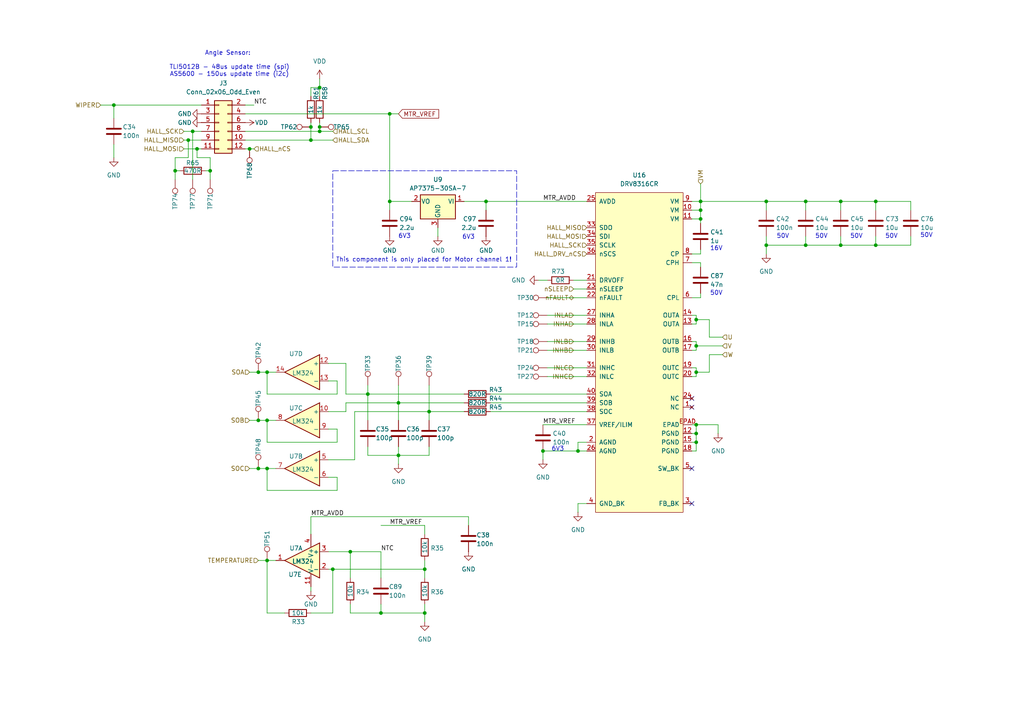
<source format=kicad_sch>
(kicad_sch (version 20250114) (generator "eeschema") (generator_version "9.0")
  (paper "A4")
  (lib_symbols
    (symbol "Amplifier_Operational:LM324" (pin_names (offset 0.127))
      (property "Reference" "U" (at 0 5.08 0))
      (property "Value" "LM324" (at 0 -5.08 0))
      (symbol "LM324_1_1"
        (pin input line (at -7.62 2.54 0) (length 2.54) (name "+") (number "3"))
        (pin input line (at -7.62 -2.54 0) (length 2.54) (name "-") (number "2"))
        (pin output line (at 7.62 0 180) (length 2.54) (name "~") (number "1"))
      )
      (symbol "LM324_2_1"
        (pin input line (at -7.62 2.54 0) (length 2.54) (name "+") (number "5"))
        (pin input line (at -7.62 -2.54 0) (length 2.54) (name "-") (number "6"))
        (pin output line (at 7.62 0 180) (length 2.54) (name "~") (number "7"))
      )
      (symbol "LM324_3_1"
        (pin input line (at -7.62 2.54 0) (length 2.54) (name "+") (number "10"))
        (pin input line (at -7.62 -2.54 0) (length 2.54) (name "-") (number "9"))
        (pin output line (at 7.62 0 180) (length 2.54) (name "~") (number "8"))
      )
      (symbol "LM324_4_1"
        (pin input line (at -7.62 2.54 0) (length 2.54) (name "+") (number "12"))
        (pin input line (at -7.62 -2.54 0) (length 2.54) (name "-") (number "13"))
        (pin output line (at 7.62 0 180) (length 2.54) (name "~") (number "14"))
      )
      (symbol "LM324_5_1"
        (pin power_in line (at -2.54 7.62 270) (length 3.81) (name "V+") (number "4"))
        (pin power_in line (at -2.54 -7.62 90) (length 3.81) (name "V-") (number "11"))
      )
    )
    (symbol "Connector:TestPoint" (pin_numbers (hide yes)) (pin_names (offset 0.762) (hide yes))
      (property "Reference" "TP" (at 0 6.858 0))
      (property "Value" "TestPoint" (at 0 5.08 0))
      (symbol "TestPoint_1_1"
        (pin passive line (at 0 0 90) (length 2.54) (name "1") (number "1"))
      )
    )
    (symbol "Connector_Generic:Conn_02x06_Odd_Even" (pin_names (offset 1.016) (hide yes))
      (property "Reference" "J" (at 1.27 7.62 0))
      (property "Value" "Conn_02x06_Odd_Even" (at 1.27 -10.16 0))
      (symbol "Conn_02x06_Odd_Even_1_1"
        (pin passive line (at -5.08 5.08 0) (length 3.81) (name "Pin_1") (number "1"))
        (pin passive line (at -5.08 2.54 0) (length 3.81) (name "Pin_3") (number "3"))
        (pin passive line (at -5.08 0 0) (length 3.81) (name "Pin_5") (number "5"))
        (pin passive line (at -5.08 -2.54 0) (length 3.81) (name "Pin_7") (number "7"))
        (pin passive line (at -5.08 -5.08 0) (length 3.81) (name "Pin_9") (number "9"))
        (pin passive line (at -5.08 -7.62 0) (length 3.81) (name "Pin_11") (number "11"))
        (pin passive line (at 7.62 5.08 180) (length 3.81) (name "Pin_2") (number "2"))
        (pin passive line (at 7.62 2.54 180) (length 3.81) (name "Pin_4") (number "4"))
        (pin passive line (at 7.62 0 180) (length 3.81) (name "Pin_6") (number "6"))
        (pin passive line (at 7.62 -2.54 180) (length 3.81) (name "Pin_8") (number "8"))
        (pin passive line (at 7.62 -5.08 180) (length 3.81) (name "Pin_10") (number "10"))
        (pin passive line (at 7.62 -7.62 180) (length 3.81) (name "Pin_12") (number "12"))
      )
    )
    (symbol "Device:C" (pin_numbers (hide yes)) (pin_names (offset 0.254))
      (property "Reference" "C" (at 0.635 2.54 0))
      (property "Value" "C" (at 0.635 -2.54 0))
      (symbol "C_1_1"
        (pin passive line (at 0 3.81 270) (length 2.794) (name "~") (number "1"))
        (pin passive line (at 0 -3.81 90) (length 2.794) (name "~") (number "2"))
      )
    )
    (symbol "Device:R" (pin_numbers (hide yes)) (pin_names (offset 0))
      (property "Reference" "R" (at 2.032 0 90))
      (property "Value" "R" (at 0 0 90))
      (symbol "R_1_1"
        (pin passive line (at 0 3.81 270) (length 1.27) (name "~") (number "1"))
        (pin passive line (at 0 -3.81 90) (length 1.27) (name "~") (number "2"))
      )
    )
    (symbol "Driver:DRV8316CR" (pin_names (offset 1.016))
      (property "Reference" "U" (at -11.938 35.56 0))
      (property "Value" "DRV8316CR" (at 7.366 35.56 0))
      (symbol "DRV8316CR_0_0"
        (pin power_in line (at -15.24 31.75 0) (length 2.54) (name "AVDD") (number "25"))
        (pin output line (at -15.24 24.13 0) (length 2.54) (name "SDO") (number "33"))
        (pin input line (at -15.24 21.59 0) (length 2.54) (name "SDI") (number "34"))
        (pin input line (at -15.24 19.05 0) (length 2.54) (name "SCLK") (number "35"))
        (pin input line (at -15.24 16.51 0) (length 2.54) (name "nSCS") (number "36"))
        (pin input line (at -15.24 8.89 0) (length 2.54) (name "DRVOFF") (number "21"))
        (pin input line (at -15.24 6.35 0) (length 2.54) (name "nSLEEP") (number "23"))
        (pin bidirectional line (at -15.24 3.81 0) (length 2.54) (name "nFAULT") (number "22"))
        (pin input line (at -15.24 -1.27 0) (length 2.54) (name "INHA") (number "27"))
        (pin input line (at -15.24 -3.81 0) (length 2.54) (name "INLA") (number "28"))
        (pin input line (at -15.24 -8.89 0) (length 2.54) (name "INHB") (number "29"))
        (pin input line (at -15.24 -11.43 0) (length 2.54) (name "INLB") (number "30"))
        (pin input line (at -15.24 -16.51 0) (length 2.54) (name "INHC") (number "31"))
        (pin input line (at -15.24 -19.05 0) (length 2.54) (name "INLC") (number "32"))
        (pin output line (at -15.24 -24.13 0) (length 2.54) (name "SOA") (number "40"))
        (pin output line (at -15.24 -26.67 0) (length 2.54) (name "SOB") (number "39"))
        (pin output line (at -15.24 -29.21 0) (length 2.54) (name "SOC") (number "38"))
        (pin input line (at -15.24 -33.02 0) (length 2.54) (name "VREF/ILIM") (number "37"))
        (pin power_in line (at -15.24 -38.1 0) (length 2.54) (name "AGND") (number "2"))
        (pin power_in line (at -15.24 -40.64 0) (length 2.54) (name "AGND") (number "26"))
        (pin power_in line (at -15.24 -55.88 0) (length 2.54) (name "GND_BK") (number "4"))
        (pin power_in line (at 15.24 31.75 180) (length 2.54) (name "VM") (number "9"))
        (pin power_in line (at 15.24 29.21 180) (length 2.54) (name "VM") (number "10"))
        (pin power_in line (at 15.24 26.67 180) (length 2.54) (name "VM") (number "11"))
        (pin output line (at 15.24 16.51 180) (length 2.54) (name "CP") (number "8"))
        (pin input line (at 15.24 13.97 180) (length 2.54) (name "CPH") (number "7"))
        (pin input line (at 15.24 3.81 180) (length 2.54) (name "CPL") (number "6"))
        (pin power_out line (at 15.24 -1.27 180) (length 2.54) (name "OUTA") (number "14"))
        (pin power_out line (at 15.24 -3.81 180) (length 2.54) (name "OUTA") (number "13"))
        (pin power_out line (at 15.24 -8.89 180) (length 2.54) (name "OUTB") (number "16"))
        (pin power_out line (at 15.24 -11.43 180) (length 2.54) (name "OUTB") (number "17"))
        (pin power_out line (at 15.24 -16.51 180) (length 2.54) (name "OUTC") (number "19"))
        (pin power_out line (at 15.24 -19.05 180) (length 2.54) (name "OUTC") (number "20"))
        (pin no_connect line (at 15.24 -25.4 180) (length 2.54) (name "NC") (number "24"))
        (pin no_connect line (at 15.24 -27.94 180) (length 2.54) (name "NC") (number "1"))
        (pin power_in line (at 15.24 -33.02 180) (length 2.54) (name "EPAD") (number "EPAD"))
        (pin power_in line (at 15.24 -35.56 180) (length 2.54) (name "PGND") (number "12"))
        (pin power_in line (at 15.24 -38.1 180) (length 2.54) (name "PGND") (number "15"))
        (pin power_in line (at 15.24 -40.64 180) (length 2.54) (name "PGND") (number "18"))
        (pin input line (at 15.24 -45.72 180) (length 2.54) (name "SW_BK") (number "5"))
        (pin input line (at 15.24 -55.88 180) (length 2.54) (name "FB_BK") (number "3"))
      )
    )
    (symbol "Regulator_Linear:AP7384-28SA" (pin_names (offset 0.254))
      (property "Reference" "U" (at -3.81 3.175 0))
      (property "Value" "AP7384-28SA" (at 0 3.175 0))
      (symbol "AP7384-28SA_1_1"
        (pin power_in line (at -7.62 0 0) (length 2.54) (name "VI") (number "1"))
        (pin power_in line (at 0 -7.62 90) (length 2.54) (name "GND") (number "3"))
        (pin power_out line (at 7.62 0 180) (length 2.54) (name "VO") (number "2"))
      )
    )
    (symbol "power:GND" (power) (pin_numbers (hide yes)) (pin_names (offset 0) (hide yes))
      (property "Value" "GND" (at 0 -3.81 0))
      (symbol "GND_1_1"
        (pin power_in line (at 0 0 270) (length 0) (name "~") (number "1"))
      )
    )
    (symbol "power:VDD" (power) (pin_numbers (hide yes)) (pin_names (offset 0) (hide yes))
      (property "Value" "VDD" (at 0 3.556 0))
      (symbol "VDD_1_1"
        (pin power_in line (at 0 0 90) (length 0) (name "~") (number "1"))
      )
    )
  )
  (rectangle (start 96.52 49.53) (end 149.86 77.47) (stroke (width 0) (type dash)))
  (text "50V" (at 227.076 68.58 0) (effects (font (size 1.27 1.27))))
  (text "Angle Sensor: \n\nTLI5012B - 48us update time (spi)\nAS5600 - 150us update time (i2c)" (at 66.548 18.542 0) (effects (font (size 1.27 1.27))))
  (text "6V3" (at 135.89 68.834 0) (effects (font (size 1.27 1.27))))
  (text "16V" (at 207.772 72.136 0) (effects (font (size 1.27 1.27))))
  (text "50V" (at 258.572 68.58 0) (effects (font (size 1.27 1.27))))
  (text "50V" (at 207.772 85.09 0) (effects (font (size 1.27 1.27))))
  (text "50V" (at 268.732 68.326 0) (effects (font (size 1.27 1.27))))
  (text "6V3" (at 161.798 130.302 0) (effects (font (size 1.27 1.27))))
  (text "6V3" (at 117.348 68.58 0) (effects (font (size 1.27 1.27))))
  (text "50V" (at 238.252 68.58 0) (effects (font (size 1.27 1.27))))
  (text "This component is only placed for Motor channel 1!" (at 122.936 75.438 0) (effects (font (size 1.27 1.27))))
  (text "50V" (at 248.412 68.58 0) (effects (font (size 1.27 1.27))))
  (junction (at 77.47 121.92))
  (junction (at 50.8 49.53))
  (junction (at 54.61 40.64))
  (junction (at 124.46 119.38))
  (junction (at 201.93 128.27))
  (junction (at 201.93 100.33))
  (junction (at 92.71 38.1))
  (junction (at 57.15 43.18))
  (junction (at 77.47 107.95))
  (junction (at 157.48 130.81))
  (junction (at 77.47 162.56))
  (junction (at 72.39 43.18))
  (junction (at 203.2 58.42))
  (junction (at 60.96 49.53))
  (junction (at 101.6 160.02))
  (junction (at 233.68 71.12))
  (junction (at 222.25 71.12))
  (junction (at 140.97 58.42))
  (junction (at 254 71.12))
  (junction (at 201.93 123.19))
  (junction (at 222.25 58.42))
  (junction (at 77.47 135.89))
  (junction (at 201.93 125.73))
  (junction (at 201.93 92.71))
  (junction (at 203.2 63.5))
  (junction (at 167.64 130.81))
  (junction (at 254 58.42))
  (junction (at 96.52 165.1))
  (junction (at 33.02 30.48))
  (junction (at 90.17 36.83))
  (junction (at 123.19 177.8))
  (junction (at 92.71 25.4))
  (junction (at 74.93 135.89))
  (junction (at 115.57 132.08))
  (junction (at 106.68 114.3))
  (junction (at 113.03 58.42))
  (junction (at 113.03 33.02))
  (junction (at 90.17 40.64))
  (junction (at 55.88 38.1))
  (junction (at 243.84 58.42))
  (junction (at 123.19 165.1))
  (junction (at 203.2 60.96))
  (junction (at 74.93 107.95))
  (junction (at 243.84 71.12))
  (junction (at 74.93 121.92))
  (junction (at 233.68 58.42))
  (junction (at 115.57 116.84))
  (junction (at 201.93 107.95))
  (junction (at 110.49 177.8))
  (junction (at 92.71 36.83))
  (no_connect (at 200.66 115.57))
  (no_connect (at 200.66 135.89))
  (no_connect (at 200.66 146.05))
  (no_connect (at 200.66 118.11))
  (wire (pts (xy 33.02 30.48) (xy 58.42 30.48)))
  (wire (pts (xy 52.07 49.53) (xy 50.8 49.53)))
  (wire (pts (xy 71.12 40.64) (xy 90.17 40.64)))
  (wire (pts (xy 123.19 162.56) (xy 123.19 165.1)))
  (wire (pts (xy 100.33 114.3) (xy 100.33 105.41)))
  (wire (pts (xy 158.75 101.6) (xy 170.18 101.6)))
  (wire (pts (xy 201.93 100.33) (xy 209.55 100.33)))
  (wire (pts (xy 97.79 124.46) (xy 95.25 124.46)))
  (wire (pts (xy 170.18 130.81) (xy 167.64 130.81)))
  (wire (pts (xy 158.75 99.06) (xy 170.18 99.06)))
  (wire (pts (xy 74.93 162.56) (xy 77.47 162.56)))
  (wire (pts (xy 71.12 33.02) (xy 113.03 33.02)))
  (wire (pts (xy 158.75 91.44) (xy 170.18 91.44)))
  (wire (pts (xy 233.68 58.42) (xy 243.84 58.42)))
  (wire (pts (xy 243.84 71.12) (xy 243.84 68.58)))
  (wire (pts (xy 100.33 116.84) (xy 100.33 119.38)))
  (wire (pts (xy 203.2 63.5) (xy 200.66 63.5)))
  (wire (pts (xy 167.64 148.59) (xy 167.64 146.05)))
  (wire (pts (xy 222.25 71.12) (xy 222.25 73.66)))
  (wire (pts (xy 166.37 81.28) (xy 170.18 81.28)))
  (wire (pts (xy 90.17 149.86) (xy 135.89 149.86)))
  (wire (pts (xy 201.93 92.71) (xy 201.93 91.44)))
  (wire (pts (xy 90.17 25.4) (xy 92.71 25.4)))
  (wire (pts (xy 90.17 36.83) (xy 90.17 40.64)))
  (wire (pts (xy 134.62 58.42) (xy 140.97 58.42)))
  (wire (pts (xy 96.52 165.1) (xy 123.19 165.1)))
  (wire (pts (xy 53.34 38.1) (xy 55.88 38.1)))
  (wire (pts (xy 201.93 107.95) (xy 205.74 107.95)))
  (wire (pts (xy 102.87 133.35) (xy 95.25 133.35)))
  (wire (pts (xy 92.71 25.4) (xy 92.71 27.94)))
  (wire (pts (xy 200.66 91.44) (xy 201.93 91.44)))
  (wire (pts (xy 71.12 38.1) (xy 92.71 38.1)))
  (wire (pts (xy 100.33 114.3) (xy 106.68 114.3)))
  (wire (pts (xy 55.88 38.1) (xy 58.42 38.1)))
  (wire (pts (xy 222.25 71.12) (xy 233.68 71.12)))
  (wire (pts (xy 200.66 106.68) (xy 201.93 106.68)))
  (wire (pts (xy 156.21 81.28) (xy 158.75 81.28)))
  (wire (pts (xy 72.39 107.95) (xy 74.93 107.95)))
  (wire (pts (xy 29.21 30.48) (xy 33.02 30.48)))
  (wire (pts (xy 124.46 119.38) (xy 124.46 121.92)))
  (wire (pts (xy 208.28 123.19) (xy 208.28 125.73)))
  (wire (pts (xy 166.37 83.82) (xy 170.18 83.82)))
  (wire (pts (xy 140.97 58.42) (xy 140.97 60.96)))
  (wire (pts (xy 100.33 119.38) (xy 95.25 119.38)))
  (wire (pts (xy 201.93 107.95) (xy 201.93 106.68)))
  (wire (pts (xy 200.66 101.6) (xy 201.93 101.6)))
  (wire (pts (xy 200.66 86.36) (xy 203.2 86.36)))
  (wire (pts (xy 57.15 43.18) (xy 58.42 43.18)))
  (wire (pts (xy 50.8 45.72) (xy 54.61 45.72)))
  (wire (pts (xy 264.16 60.96) (xy 264.16 58.42)))
  (wire (pts (xy 92.71 38.1) (xy 96.52 38.1)))
  (wire (pts (xy 115.57 116.84) (xy 115.57 121.92)))
  (wire (pts (xy 200.66 125.73) (xy 201.93 125.73)))
  (wire (pts (xy 106.68 111.76) (xy 106.68 114.3)))
  (wire (pts (xy 157.48 130.81) (xy 157.48 133.35)))
  (wire (pts (xy 123.19 175.26) (xy 123.19 177.8)))
  (wire (pts (xy 254 68.58) (xy 254 71.12)))
  (wire (pts (xy 92.71 22.86) (xy 92.71 25.4)))
  (wire (pts (xy 201.93 130.81) (xy 201.93 128.27)))
  (wire (pts (xy 233.68 58.42) (xy 233.68 60.96)))
  (wire (pts (xy 113.03 33.02) (xy 115.57 33.02)))
  (wire (pts (xy 74.93 121.92) (xy 77.47 121.92)))
  (wire (pts (xy 200.66 99.06) (xy 201.93 99.06)))
  (wire (pts (xy 110.49 167.64) (xy 110.49 160.02)))
  (wire (pts (xy 201.93 93.98) (xy 201.93 92.71)))
  (wire (pts (xy 50.8 49.53) (xy 50.8 45.72)))
  (wire (pts (xy 110.49 175.26) (xy 110.49 177.8)))
  (wire (pts (xy 95.25 165.1) (xy 96.52 165.1)))
  (wire (pts (xy 60.96 49.53) (xy 60.96 45.72)))
  (wire (pts (xy 123.19 180.34) (xy 123.19 177.8)))
  (wire (pts (xy 106.68 114.3) (xy 134.62 114.3)))
  (wire (pts (xy 254 58.42) (xy 264.16 58.42)))
  (wire (pts (xy 167.64 146.05) (xy 170.18 146.05)))
  (wire (pts (xy 106.68 132.08) (xy 115.57 132.08)))
  (wire (pts (xy 77.47 114.3) (xy 97.79 114.3)))
  (wire (pts (xy 101.6 160.02) (xy 101.6 167.64)))
  (wire (pts (xy 72.39 121.92) (xy 74.93 121.92)))
  (wire (pts (xy 201.93 128.27) (xy 201.93 125.73)))
  (wire (pts (xy 142.24 119.38) (xy 170.18 119.38)))
  (wire (pts (xy 127 66.04) (xy 127 68.58)))
  (wire (pts (xy 233.68 68.58) (xy 233.68 71.12)))
  (wire (pts (xy 203.2 73.66) (xy 203.2 72.39)))
  (wire (pts (xy 203.2 58.42) (xy 222.25 58.42)))
  (wire (pts (xy 158.75 109.22) (xy 170.18 109.22)))
  (wire (pts (xy 77.47 128.27) (xy 97.79 128.27)))
  (wire (pts (xy 243.84 58.42) (xy 254 58.42)))
  (wire (pts (xy 209.55 102.87) (xy 205.74 102.87)))
  (wire (pts (xy 201.93 92.71) (xy 205.74 92.71)))
  (wire (pts (xy 102.87 119.38) (xy 124.46 119.38)))
  (wire (pts (xy 201.93 100.33) (xy 201.93 99.06)))
  (wire (pts (xy 142.24 116.84) (xy 170.18 116.84)))
  (wire (pts (xy 254 71.12) (xy 243.84 71.12)))
  (wire (pts (xy 92.71 35.56) (xy 92.71 36.83)))
  (wire (pts (xy 243.84 58.42) (xy 243.84 60.96)))
  (wire (pts (xy 124.46 132.08) (xy 115.57 132.08)))
  (wire (pts (xy 80.01 121.92) (xy 77.47 121.92)))
  (wire (pts (xy 90.17 171.45) (xy 90.17 170.18)))
  (wire (pts (xy 97.79 110.49) (xy 95.25 110.49)))
  (wire (pts (xy 33.02 41.91) (xy 33.02 45.72)))
  (wire (pts (xy 123.19 165.1) (xy 123.19 167.64)))
  (wire (pts (xy 222.25 58.42) (xy 222.25 60.96)))
  (wire (pts (xy 57.15 45.72) (xy 57.15 43.18)))
  (wire (pts (xy 123.19 152.4) (xy 123.19 154.94)))
  (wire (pts (xy 115.57 116.84) (xy 134.62 116.84)))
  (wire (pts (xy 158.75 93.98) (xy 170.18 93.98)))
  (wire (pts (xy 110.49 177.8) (xy 101.6 177.8)))
  (wire (pts (xy 200.66 58.42) (xy 203.2 58.42)))
  (wire (pts (xy 90.17 27.94) (xy 90.17 25.4)))
  (wire (pts (xy 157.48 130.81) (xy 167.64 130.81)))
  (wire (pts (xy 264.16 71.12) (xy 254 71.12)))
  (wire (pts (xy 74.93 135.89) (xy 77.47 135.89)))
  (wire (pts (xy 222.25 58.42) (xy 233.68 58.42)))
  (wire (pts (xy 254 58.42) (xy 254 60.96)))
  (wire (pts (xy 157.48 123.19) (xy 170.18 123.19)))
  (wire (pts (xy 77.47 142.24) (xy 97.79 142.24)))
  (wire (pts (xy 110.49 160.02) (xy 101.6 160.02)))
  (wire (pts (xy 124.46 111.76) (xy 124.46 119.38)))
  (wire (pts (xy 53.34 43.18) (xy 57.15 43.18)))
  (wire (pts (xy 201.93 101.6) (xy 201.93 100.33)))
  (wire (pts (xy 74.93 107.95) (xy 77.47 107.95)))
  (wire (pts (xy 77.47 162.56) (xy 80.01 162.56)))
  (wire (pts (xy 200.66 76.2) (xy 203.2 76.2)))
  (wire (pts (xy 142.24 114.3) (xy 170.18 114.3)))
  (wire (pts (xy 203.2 63.5) (xy 203.2 64.77)))
  (wire (pts (xy 222.25 68.58) (xy 222.25 71.12)))
  (wire (pts (xy 54.61 40.64) (xy 58.42 40.64)))
  (wire (pts (xy 53.34 40.64) (xy 54.61 40.64)))
  (wire (pts (xy 205.74 102.87) (xy 205.74 107.95)))
  (wire (pts (xy 200.66 128.27) (xy 201.93 128.27)))
  (wire (pts (xy 73.66 30.48) (xy 71.12 30.48)))
  (wire (pts (xy 201.93 125.73) (xy 201.93 123.19)))
  (wire (pts (xy 203.2 60.96) (xy 203.2 63.5)))
  (wire (pts (xy 72.39 135.89) (xy 74.93 135.89)))
  (wire (pts (xy 101.6 177.8) (xy 101.6 175.26)))
  (wire (pts (xy 203.2 86.36) (xy 203.2 85.09)))
  (wire (pts (xy 158.75 106.68) (xy 170.18 106.68)))
  (wire (pts (xy 90.17 149.86) (xy 90.17 154.94)))
  (wire (pts (xy 73.66 43.18) (xy 72.39 43.18)))
  (wire (pts (xy 201.93 109.22) (xy 201.93 107.95)))
  (wire (pts (xy 140.97 58.42) (xy 170.18 58.42)))
  (wire (pts (xy 97.79 142.24) (xy 97.79 138.43)))
  (wire (pts (xy 113.03 58.42) (xy 119.38 58.42)))
  (wire (pts (xy 54.61 45.72) (xy 54.61 40.64)))
  (wire (pts (xy 50.8 52.07) (xy 50.8 49.53)))
  (wire (pts (xy 77.47 177.8) (xy 82.55 177.8)))
  (wire (pts (xy 77.47 135.89) (xy 77.47 142.24)))
  (wire (pts (xy 100.33 105.41) (xy 95.25 105.41)))
  (wire (pts (xy 200.66 109.22) (xy 201.93 109.22)))
  (wire (pts (xy 55.88 38.1) (xy 55.88 52.07)))
  (wire (pts (xy 115.57 111.76) (xy 115.57 116.84)))
  (wire (pts (xy 72.39 43.18) (xy 71.12 43.18)))
  (wire (pts (xy 60.96 45.72) (xy 57.15 45.72)))
  (wire (pts (xy 77.47 121.92) (xy 77.47 128.27)))
  (wire (pts (xy 158.75 86.36) (xy 170.18 86.36)))
  (wire (pts (xy 200.66 93.98) (xy 201.93 93.98)))
  (wire (pts (xy 264.16 68.58) (xy 264.16 71.12)))
  (wire (pts (xy 80.01 135.89) (xy 77.47 135.89)))
  (wire (pts (xy 92.71 36.83) (xy 92.71 38.1)))
  (wire (pts (xy 96.52 40.64) (xy 90.17 40.64)))
  (wire (pts (xy 124.46 119.38) (xy 134.62 119.38)))
  (wire (pts (xy 115.57 129.54) (xy 115.57 132.08)))
  (wire (pts (xy 200.66 60.96) (xy 203.2 60.96)))
  (wire (pts (xy 100.33 116.84) (xy 115.57 116.84)))
  (wire (pts (xy 170.18 128.27) (xy 167.64 128.27)))
  (wire (pts (xy 106.68 129.54) (xy 106.68 132.08)))
  (wire (pts (xy 102.87 119.38) (xy 102.87 133.35)))
  (wire (pts (xy 123.19 177.8) (xy 110.49 177.8)))
  (wire (pts (xy 90.17 35.56) (xy 90.17 36.83)))
  (wire (pts (xy 106.68 114.3) (xy 106.68 121.92)))
  (wire (pts (xy 97.79 138.43) (xy 95.25 138.43)))
  (wire (pts (xy 77.47 114.3) (xy 77.47 107.95)))
  (wire (pts (xy 124.46 129.54) (xy 124.46 132.08)))
  (wire (pts (xy 203.2 53.34) (xy 203.2 58.42)))
  (wire (pts (xy 200.66 130.81) (xy 201.93 130.81)))
  (wire (pts (xy 205.74 92.71) (xy 205.74 97.79)))
  (wire (pts (xy 203.2 58.42) (xy 203.2 60.96)))
  (wire (pts (xy 205.74 97.79) (xy 209.55 97.79)))
  (wire (pts (xy 90.17 177.8) (xy 96.52 177.8)))
  (wire (pts (xy 200.66 73.66) (xy 203.2 73.66)))
  (wire (pts (xy 201.93 123.19) (xy 208.28 123.19)))
  (wire (pts (xy 167.64 128.27) (xy 167.64 130.81)))
  (wire (pts (xy 115.57 132.08) (xy 115.57 134.62)))
  (wire (pts (xy 96.52 177.8) (xy 96.52 165.1)))
  (wire (pts (xy 77.47 162.56) (xy 77.47 177.8)))
  (wire (pts (xy 203.2 76.2) (xy 203.2 77.47)))
  (wire (pts (xy 110.49 152.4) (xy 123.19 152.4)))
  (wire (pts (xy 77.47 107.95) (xy 80.01 107.95)))
  (wire (pts (xy 33.02 30.48) (xy 33.02 34.29)))
  (wire (pts (xy 95.25 160.02) (xy 101.6 160.02)))
  (wire (pts (xy 113.03 33.02) (xy 113.03 58.42)))
  (wire (pts (xy 60.96 52.07) (xy 60.96 49.53)))
  (wire (pts (xy 113.03 58.42) (xy 113.03 60.96)))
  (wire (pts (xy 200.66 123.19) (xy 201.93 123.19)))
  (wire (pts (xy 97.79 128.27) (xy 97.79 124.46)))
  (wire (pts (xy 233.68 71.12) (xy 243.84 71.12)))
  (wire (pts (xy 135.89 152.4) (xy 135.89 149.86)))
  (wire (pts (xy 59.69 49.53) (xy 60.96 49.53)))
  (wire (pts (xy 97.79 114.3) (xy 97.79 110.49)))
  (label "NTC" (at 110.49 160.02 0))
  (label "MTR_VREF" (at 157.48 123.19 0))
  (label "MTR_AVDD" (at 157.48 58.42 0))
  (label "MTR_VREF" (at 113.03 152.4 0))
  (label "MTR_AVDD" (at 90.17 149.86 0))
  (label "NTC" (at 73.66 30.48 0))
  (global_label "MTR_VREF" (shape input) (at 115.57 33.02 0) (property "Intersheetrefs" "${INTERSHEET_REFS}" (at 127.808 33.02 0) (effects (justify left))))
  (hierarchical_label "U" (shape input) (at 209.55 97.79 0))
  (hierarchical_label "W" (shape input) (at 209.55 102.87 0))
  (hierarchical_label "INLC" (shape input) (at 166.37 106.68 180))
  (hierarchical_label "VM" (shape input) (at 203.2 53.34 90))
  (hierarchical_label "HALL_SDA" (shape input) (at 96.52 40.64 0))
  (hierarchical_label "HALL_SCK" (shape input) (at 170.18 71.12 180))
  (hierarchical_label "SOB" (shape input) (at 72.39 121.92 180))
  (hierarchical_label "HALL_nCS" (shape input) (at 73.66 43.18 0))
  (hierarchical_label "TEMPERATURE" (shape input) (at 74.93 162.56 180))
  (hierarchical_label "V" (shape input) (at 209.55 100.33 0))
  (hierarchical_label "HALL_DRV_nCS" (shape input) (at 170.18 73.66 180))
  (hierarchical_label "HALL_SCK" (shape input) (at 53.34 38.1 180))
  (hierarchical_label "HALL_MISO" (shape input) (at 170.18 66.04 180))
  (hierarchical_label "SOA" (shape input) (at 72.39 107.95 180))
  (hierarchical_label "INLA" (shape input) (at 166.37 91.44 180))
  (hierarchical_label "nSLEEP" (shape input) (at 166.37 83.82 180))
  (hierarchical_label "HALL_MOSI" (shape input) (at 53.34 43.18 180))
  (hierarchical_label "SOC" (shape input) (at 72.39 135.89 180))
  (hierarchical_label "INHC" (shape input) (at 166.37 109.22 180))
  (hierarchical_label "HALL_MOSI" (shape input) (at 170.18 68.58 180))
  (hierarchical_label "nFAULT" (shape bidirectional) (at 166.37 86.36 180))
  (hierarchical_label "INHB" (shape input) (at 166.37 101.6 180))
  (hierarchical_label "HALL_SCL" (shape input) (at 96.52 38.1 0))
  (hierarchical_label "WIPER" (shape input) (at 29.21 30.48 180))
  (hierarchical_label "HALL_MISO" (shape input) (at 53.34 40.64 180))
  (hierarchical_label "INHA" (shape input) (at 166.37 93.98 180))
  (hierarchical_label "INLB" (shape input) (at 166.37 99.06 180))
  (symbol (lib_id "Connector:TestPoint") (at 106.68 111.76 0) (unit 1)
    (property "Reference" "TP31" (at 106.68 105.41 90))
    (property "Value" "TestPoint" (effects (hide yes)))
    (property "Footprint" "Footprints:TP_0.6mm" (effects (hide yes)))
    (property "Description" "test point" (effects (hide yes)))
    (instances (project "FOCDriver" (path "" (reference "TP33") (unit 1)) (path "" (reference "TP31") (unit 1)) (path "" (reference "TP32") (unit 1))))
  )
  (symbol (lib_id "Device:C") (at 203.2 81.28 0) (unit 1)
    (property "Reference" "C39" (at 205.994 80.01 0) (effects (justify left)))
    (property "Value" "47n" (at 205.994 82.55 0) (effects (justify left)))
    (property "Footprint" "Footprints:Nice_0603C" (effects (hide yes)))
    (property "Description" "Unpolarized capacitor" (effects (hide yes)))
    (instances (project "FOCDriver" (path "" (reference "C87") (unit 1)) (path "" (reference "C39") (unit 1)) (path "" (reference "C48") (unit 1))))
  )
  (symbol (lib_id "Device:C") (at 33.02 38.1 0) (unit 1)
    (property "Reference" "C21" (at 35.56 36.83 0) (effects (justify left)))
    (property "Value" "100n" (at 35.56 39.37 0) (effects (justify left)))
    (property "Footprint" "Footprints:Nice_0402C" (effects (hide yes)))
    (property "Description" "Unpolarized capacitor" (effects (hide yes)))
    (instances (project "FOCDriver" (path "" (reference "C34") (unit 1)) (path "" (reference "C21") (unit 1)) (path "" (reference "C9") (unit 1))))
  )
  (symbol (lib_id "power:GND") (at 123.19 180.34 0) (mirror y) (unit 1)
    (property "Reference" "#PWR039" (effects (hide yes)))
    (property "Value" "GND" (at 123.19 185.42 0))
    (property "Description" "Power symbol creates a global label with name \"GND\" , ground" (effects (hide yes)))
    (instances (project "FOCDriver" (path "" (reference "#PWR063") (unit 1)) (path "" (reference "#PWR039") (unit 1)) (path "" (reference "#PWR021") (unit 1))))
  )
  (symbol (lib_id "power:VDD") (at 71.12 35.56 270) (unit 1)
    (property "Reference" "#PWR037" (effects (hide yes)))
    (property "Value" "VDD" (at 73.914 35.56 90) (effects (justify left)))
    (property "Description" "Power symbol creates a global label with name \"VDD\"" (effects (hide yes)))
    (instances (project "FOCDriver" (path "" (reference "#PWR061") (unit 1)) (path "" (reference "#PWR037") (unit 1)) (path "" (reference "#PWR019") (unit 1))))
  )
  (symbol (lib_id "power:GND") (at 222.25 73.66 0) (unit 1)
    (property "Reference" "#PWR048" (effects (hide yes)))
    (property "Value" "GND" (at 222.25 78.74 0))
    (property "Description" "Power symbol creates a global label with name \"GND\" , ground" (effects (hide yes)))
    (instances (project "FOCDriver" (path "" (reference "#PWR072") (unit 1)) (path "" (reference "#PWR048") (unit 1)) (path "" (reference "#PWR030") (unit 1))))
  )
  (symbol (lib_id "Device:C") (at 113.03 64.77 0) (unit 1)
    (property "Reference" "C92" (at 115.824 63.5 0) (effects (justify left)))
    (property "Value" "2.2u" (at 115.824 66.04 0) (effects (justify left)))
    (property "Footprint" "Footprints:Nice_0603C" (effects (hide yes)))
    (property "Description" "Unpolarized capacitor" (effects (hide yes)))
    (instances (project "FOCDriver" (path "" (reference "C94") (unit 1)) (path "" (reference "C92") (unit 1)) (path "" (reference "C93") (unit 1))))
  )
  (symbol (lib_id "Connector:TestPoint") (at 74.93 107.95 0) (unit 1)
    (property "Reference" "TP40" (at 74.93 101.6 90))
    (property "Value" "TestPoint" (effects (hide yes)))
    (property "Footprint" "Footprints:TP_0.6mm" (effects (hide yes)))
    (property "Description" "test point" (effects (hide yes)))
    (instances (project "FOCDriver" (path "" (reference "TP42") (unit 1)) (path "" (reference "TP40") (unit 1)) (path "" (reference "TP41") (unit 1))))
  )
  (symbol (lib_id "Amplifier_Operational:LM324") (at 87.63 135.89 0) (mirror y) (unit 2)
    (property "Reference" "U4" (at 85.852 132.334 0))
    (property "Value" "LM324" (at 87.884 136.144 0))
    (property "Footprint" "Package_SO:TSSOP-14_4.4x5mm_P0.65mm" (effects (hide yes)))
    (property "Datasheet" "http://www.ti.com/lit/ds/symlink/lm2902-n.pdf" (effects (hide yes)))
    (property "Description" "Low-Power, Quad-Operational Amplifiers, DIP-14/SOIC-14/SSOP-14" (effects (hide yes)))
    (instances (project "FOCDriver" (path "" (reference "U7") (unit 2)) (path "" (reference "U4") (unit 2)) (path "" (reference "U2") (unit 2))))
  )
  (symbol (lib_id "power:GND") (at 115.57 134.62 0) (unit 1)
    (property "Reference" "#PWR040" (effects (hide yes)))
    (property "Value" "GND" (at 115.57 139.7 0))
    (property "Description" "Power symbol creates a global label with name \"GND\" , ground" (effects (hide yes)))
    (instances (project "FOCDriver" (path "" (reference "#PWR064") (unit 1)) (path "" (reference "#PWR040") (unit 1)) (path "" (reference "#PWR022") (unit 1))))
  )
  (symbol (lib_id "power:GND") (at 90.17 171.45 0) (mirror y) (unit 1)
    (property "Reference" "#PWR035" (effects (hide yes)))
    (property "Value" "GND" (at 90.17 175.26 0))
    (property "Description" "Power symbol creates a global label with name \"GND\" , ground" (effects (hide yes)))
    (instances (project "FOCDriver" (path "" (reference "#PWR059") (unit 1)) (path "" (reference "#PWR035") (unit 1)) (path "" (reference "#PWR017") (unit 1))))
  )
  (symbol (lib_id "power:GND") (at 157.48 133.35 0) (unit 1)
    (property "Reference" "#PWR046" (effects (hide yes)))
    (property "Value" "GND" (at 157.48 138.43 0))
    (property "Description" "Power symbol creates a global label with name \"GND\" , ground" (effects (hide yes)))
    (instances (project "FOCDriver" (path "" (reference "#PWR070") (unit 1)) (path "" (reference "#PWR046") (unit 1)) (path "" (reference "#PWR028") (unit 1))))
  )
  (symbol (lib_id "Device:C") (at 135.89 156.21 0) (unit 1)
    (property "Reference" "C25" (at 138.176 155.194 0) (effects (justify left)))
    (property "Value" "100n" (at 138.176 157.734 0) (effects (justify left)))
    (property "Footprint" "Footprints:Nice_0402C" (effects (hide yes)))
    (property "Description" "Unpolarized capacitor" (effects (hide yes)))
    (instances (project "FOCDriver" (path "" (reference "C38") (unit 1)) (path "" (reference "C25") (unit 1)) (path "" (reference "C13") (unit 1))))
  )
  (symbol (lib_id "Device:R") (at 101.6 171.45 0) (mirror y) (unit 1)
    (property "Reference" "R18" (at 107.188 171.704 0) (effects (justify left)))
    (property "Value" "10k" (at 101.6 173.228 90) (effects (justify left)))
    (property "Footprint" "Footprints:Nice_0402R" (effects (hide yes)))
    (property "Description" "Resistor" (effects (hide yes)))
    (instances (project "FOCDriver" (path "" (reference "R34") (unit 1)) (path "" (reference "R18") (unit 1)) (path "" (reference "R5") (unit 1))))
  )
  (symbol (lib_id "Device:C") (at 264.16 64.77 0) (unit 1)
    (property "Reference" "C74" (at 266.954 63.5 0) (effects (justify left)))
    (property "Value" "10u" (at 266.954 66.04 0) (effects (justify left)))
    (property "Footprint" "Capacitor_SMD:C_1206_3216Metric" (effects (hide yes)))
    (property "Description" "Unpolarized capacitor" (effects (hide yes)))
    (instances (project "FOCDriver" (path "" (reference "C76") (unit 1)) (path "" (reference "C74") (unit 1)) (path "" (reference "C75") (unit 1))))
  )
  (symbol (lib_id "Connector:TestPoint") (at 158.75 86.36 90) (unit 1)
    (property "Reference" "TP28" (at 152.4 86.36 90))
    (property "Value" "TestPoint" (effects (hide yes)))
    (property "Footprint" "Footprints:TP_0.6mm" (effects (hide yes)))
    (property "Description" "test point" (effects (hide yes)))
    (instances (project "FOCDriver" (path "" (reference "TP30") (unit 1)) (path "" (reference "TP28") (unit 1)) (path "" (reference "TP29") (unit 1))))
  )
  (symbol (lib_id "Connector:TestPoint") (at 124.46 111.76 0) (unit 1)
    (property "Reference" "TP37" (at 124.46 105.41 90))
    (property "Value" "TestPoint" (effects (hide yes)))
    (property "Footprint" "Footprints:TP_0.6mm" (effects (hide yes)))
    (property "Description" "test point" (effects (hide yes)))
    (instances (project "FOCDriver" (path "" (reference "TP39") (unit 1)) (path "" (reference "TP37") (unit 1)) (path "" (reference "TP38") (unit 1))))
  )
  (symbol (lib_id "Connector:TestPoint") (at 77.47 162.56 0) (unit 1)
    (property "Reference" "TP49" (at 77.47 156.21 90))
    (property "Value" "TestPoint" (effects (hide yes)))
    (property "Footprint" "Footprints:TP_0.6mm" (effects (hide yes)))
    (property "Description" "test point" (effects (hide yes)))
    (instances (project "FOCDriver" (path "" (reference "TP51") (unit 1)) (path "" (reference "TP49") (unit 1)) (path "" (reference "TP50") (unit 1))))
  )
  (symbol (lib_id "Device:R") (at 162.56 81.28 90) (unit 1)
    (property "Reference" "R71" (at 163.83 78.74 90) (effects (justify left)))
    (property "Value" "0R" (at 163.83 81.28 90) (effects (justify left)))
    (property "Footprint" "Footprints:Nice_0402R" (effects (hide yes)))
    (property "Description" "Resistor" (effects (hide yes)))
    (instances (project "FOCDriver" (path "" (reference "R73") (unit 1)) (path "" (reference "R71") (unit 1)) (path "" (reference "R72") (unit 1))))
  )
  (symbol (lib_id "Device:C") (at 124.46 125.73 0) (unit 1)
    (property "Reference" "C24" (at 126.746 124.46 0) (effects (justify left)))
    (property "Value" "100p" (at 126.746 127 0) (effects (justify left)))
    (property "Footprint" "Footprints:Nice_0402C" (effects (hide yes)))
    (property "Description" "Unpolarized capacitor" (effects (hide yes)))
    (instances (project "FOCDriver" (path "" (reference "C37") (unit 1)) (path "" (reference "C24") (unit 1)) (path "" (reference "C12") (unit 1))))
  )
  (symbol (lib_id "Device:C") (at 140.97 64.77 0) (mirror y) (unit 1)
    (property "Reference" "C95" (at 138.176 63.5 0) (effects (justify left)))
    (property "Value" "2.2u" (at 138.176 66.04 0) (effects (justify left)))
    (property "Footprint" "Footprints:Nice_0603C" (effects (hide yes)))
    (property "Description" "Unpolarized capacitor" (effects (hide yes)))
    (instances (project "FOCDriver" (path "" (reference "C97") (unit 1)) (path "" (reference "C95") (unit 1)) (path "" (reference "C96") (unit 1))))
  )
  (symbol (lib_id "Device:R") (at 55.88 49.53 90) (unit 1)
    (property "Reference" "R51" (at 55.88 47.244 90))
    (property "Value" "470R" (at 55.88 49.53 90))
    (property "Footprint" "Footprints:Nice_0402R" (effects (hide yes)))
    (property "Description" "Resistor" (effects (hide yes)))
    (instances (project "" (path "" (reference "R65") (unit 1)) (path "" (reference "R51") (unit 1)) (path "" (reference "R52") (unit 1))))
  )
  (symbol (lib_id "Device:R") (at 138.43 114.3 90) (unit 1)
    (property "Reference" "R27" (at 143.764 113.03 90))
    (property "Value" "820R" (at 138.43 114.3 90))
    (property "Footprint" "Footprints:Nice_0402R" (effects (hide yes)))
    (property "Description" "Resistor" (effects (hide yes)))
    (instances (project "FOCDriver" (path "" (reference "R43") (unit 1)) (path "" (reference "R27") (unit 1)) (path "" (reference "R14") (unit 1))))
  )
  (symbol (lib_id "Connector:TestPoint") (at 90.17 36.83 90) (unit 1)
    (property "Reference" "TP60" (at 83.82 36.83 90))
    (property "Value" "TestPoint" (effects (hide yes)))
    (property "Footprint" "Footprints:TP_0.6mm" (effects (hide yes)))
    (property "Description" "test point" (effects (hide yes)))
    (instances (project "FOCDriver" (path "" (reference "TP62") (unit 1)) (path "" (reference "TP60") (unit 1)) (path "" (reference "TP61") (unit 1))))
  )
  (symbol (lib_id "power:GND") (at 167.64 148.59 0) (unit 1)
    (property "Reference" "#PWR068" (effects (hide yes)))
    (property "Value" "GND" (at 167.64 153.67 0))
    (property "Description" "Power symbol creates a global label with name \"GND\" , ground" (effects (hide yes)))
    (instances (project "FOCDriver" (path "" (reference "#PWR080") (unit 1)) (path "" (reference "#PWR068") (unit 1)) (path "" (reference "#PWR079") (unit 1))))
  )
  (symbol (lib_id "Device:C") (at 254 64.77 0) (unit 1)
    (property "Reference" "C71" (at 256.794 63.5 0) (effects (justify left)))
    (property "Value" "10u" (at 256.794 66.04 0) (effects (justify left)))
    (property "Footprint" "Capacitor_SMD:C_1206_3216Metric" (effects (hide yes)))
    (property "Description" "Unpolarized capacitor" (effects (hide yes)))
    (instances (project "FOCDriver" (path "" (reference "C73") (unit 1)) (path "" (reference "C71") (unit 1)) (path "" (reference "C72") (unit 1))))
  )
  (symbol (lib_id "Amplifier_Operational:LM324") (at 87.63 162.56 0) (mirror y) (unit 1)
    (property "Reference" "U4" (at 85.852 159.004 0))
    (property "Value" "LM324" (at 87.884 162.814 0))
    (property "Footprint" "Package_SO:TSSOP-14_4.4x5mm_P0.65mm" (effects (hide yes)))
    (property "Datasheet" "http://www.ti.com/lit/ds/symlink/lm2902-n.pdf" (effects (hide yes)))
    (property "Description" "Low-Power, Quad-Operational Amplifiers, DIP-14/SOIC-14/SSOP-14" (effects (hide yes)))
    (instances (project "FOCDriver" (path "" (reference "U7") (unit 1)) (path "" (reference "U4") (unit 1)) (path "" (reference "U2") (unit 1))))
  )
  (symbol (lib_id "Amplifier_Operational:LM324") (at 87.63 121.92 0) (mirror y) (unit 3)
    (property "Reference" "U4" (at 85.852 118.364 0))
    (property "Value" "LM324" (at 87.884 122.174 0))
    (property "Footprint" "Package_SO:TSSOP-14_4.4x5mm_P0.65mm" (effects (hide yes)))
    (property "Datasheet" "http://www.ti.com/lit/ds/symlink/lm2902-n.pdf" (effects (hide yes)))
    (property "Description" "Low-Power, Quad-Operational Amplifiers, DIP-14/SOIC-14/SSOP-14" (effects (hide yes)))
    (instances (project "FOCDriver" (path "" (reference "U7") (unit 3)) (path "" (reference "U4") (unit 3)) (path "" (reference "U2") (unit 3))))
  )
  (symbol (lib_id "Connector:TestPoint") (at 115.57 111.76 0) (unit 1)
    (property "Reference" "TP34" (at 115.57 105.41 90))
    (property "Value" "TestPoint" (effects (hide yes)))
    (property "Footprint" "Footprints:TP_0.6mm" (effects (hide yes)))
    (property "Description" "test point" (effects (hide yes)))
    (instances (project "FOCDriver" (path "" (reference "TP36") (unit 1)) (path "" (reference "TP34") (unit 1)) (path "" (reference "TP35") (unit 1))))
  )
  (symbol (lib_id "power:GND") (at 58.42 33.02 270) (unit 1)
    (property "Reference" "#PWR032" (effects (hide yes)))
    (property "Value" "GND" (at 55.626 33.02 90) (effects (justify right)))
    (property "Description" "Power symbol creates a global label with name \"GND\" , ground" (effects (hide yes)))
    (instances (project "FOCDriver" (path "" (reference "#PWR056") (unit 1)) (path "" (reference "#PWR032") (unit 1)) (path "" (reference "#PWR014") (unit 1))))
  )
  (symbol (lib_id "Device:R") (at 123.19 171.45 0) (mirror y) (unit 1)
    (property "Reference" "R20" (at 128.778 171.704 0) (effects (justify left)))
    (property "Value" "10k" (at 123.19 173.228 90) (effects (justify left)))
    (property "Footprint" "Footprints:Nice_0402R" (effects (hide yes)))
    (property "Description" "Resistor" (effects (hide yes)))
    (instances (project "FOCDriver" (path "" (reference "R36") (unit 1)) (path "" (reference "R20") (unit 1)) (path "" (reference "R7") (unit 1))))
  )
  (symbol (lib_id "Driver:DRV8316CR") (at 185.42 90.17 0) (unit 1)
    (property "Reference" "U10" (at 185.42 50.8 0))
    (property "Value" "DRV8316CR" (at 185.42 53.34 0))
    (property "Footprint" "Footprints:VQFN40_RGF_TEX" (effects (hide yes)))
    (property "Datasheet" "https://www.ti.com/lit/gpn/DRV8316" (effects (hide yes)))
    (property "Description" "40-V max 8-A peak 3-phase motor driver with integrated current sensing" (effects (hide yes)))
    (property "MPN" "DRV8316CRRGFR" (effects (hide yes)))
    (instances (project "" (path "" (reference "U16") (unit 1)) (path "" (reference "U10") (unit 1)) (path "" (reference "U15") (unit 1))))
  )
  (symbol (lib_id "Device:C") (at 243.84 64.77 0) (unit 1)
    (property "Reference" "C32" (at 246.634 63.5 0) (effects (justify left)))
    (property "Value" "10u" (at 246.634 66.04 0) (effects (justify left)))
    (property "Footprint" "Capacitor_SMD:C_1206_3216Metric" (effects (hide yes)))
    (property "Description" "Unpolarized capacitor" (effects (hide yes)))
    (instances (project "FOCDriver" (path "" (reference "C45") (unit 1)) (path "" (reference "C32") (unit 1)) (path "" (reference "C20") (unit 1))))
  )
  (symbol (lib_id "power:GND") (at 208.28 125.73 0) (unit 1)
    (property "Reference" "#PWR047" (effects (hide yes)))
    (property "Value" "GND" (at 208.28 130.81 0))
    (property "Description" "Power symbol creates a global label with name \"GND\" , ground" (effects (hide yes)))
    (instances (project "FOCDriver" (path "" (reference "#PWR071") (unit 1)) (path "" (reference "#PWR047") (unit 1)) (path "" (reference "#PWR029") (unit 1))))
  )
  (symbol (lib_id "power:GND") (at 135.89 160.02 0) (unit 1)
    (property "Reference" "#PWR042" (effects (hide yes)))
    (property "Value" "GND" (at 135.89 165.1 0))
    (property "Description" "Power symbol creates a global label with name \"GND\" , ground" (effects (hide yes)))
    (instances (project "FOCDriver" (path "" (reference "#PWR066") (unit 1)) (path "" (reference "#PWR042") (unit 1)) (path "" (reference "#PWR024") (unit 1))))
  )
  (symbol (lib_id "Connector:TestPoint") (at 72.39 43.18 180) (unit 1)
    (property "Reference" "TP66" (at 72.39 49.53 90))
    (property "Value" "TestPoint" (effects (hide yes)))
    (property "Footprint" "Footprints:TP_0.6mm" (effects (hide yes)))
    (property "Description" "test point" (effects (hide yes)))
    (instances (project "FOCDriver" (path "" (reference "TP68") (unit 1)) (path "" (reference "TP66") (unit 1)) (path "" (reference "TP67") (unit 1))))
  )
  (symbol (lib_id "Device:R") (at 138.43 116.84 90) (unit 1)
    (property "Reference" "R28" (at 143.764 115.57 90))
    (property "Value" "820R" (at 138.43 116.84 90))
    (property "Footprint" "Footprints:Nice_0402R" (effects (hide yes)))
    (property "Description" "Resistor" (effects (hide yes)))
    (instances (project "FOCDriver" (path "" (reference "R44") (unit 1)) (path "" (reference "R28") (unit 1)) (path "" (reference "R15") (unit 1))))
  )
  (symbol (lib_id "Device:R") (at 86.36 177.8 270) (mirror x) (unit 1)
    (property "Reference" "R17" (at 84.582 180.34 90) (effects (justify left)))
    (property "Value" "10k" (at 84.582 177.8 90) (effects (justify left)))
    (property "Footprint" "Footprints:Nice_0402R" (effects (hide yes)))
    (property "Description" "Resistor" (effects (hide yes)))
    (instances (project "FOCDriver" (path "" (reference "R33") (unit 1)) (path "" (reference "R17") (unit 1)) (path "" (reference "R4") (unit 1))))
  )
  (symbol (lib_id "Connector:TestPoint") (at 158.75 91.44 90) (unit 1)
    (property "Reference" "TP10" (at 152.4 91.44 90))
    (property "Value" "TestPoint" (effects (hide yes)))
    (property "Footprint" "Footprints:TP_0.6mm" (effects (hide yes)))
    (property "Description" "test point" (effects (hide yes)))
    (instances (project "FOCDriver" (path "" (reference "TP12") (unit 1)) (path "" (reference "TP10") (unit 1)) (path "" (reference "TP11") (unit 1))))
  )
  (symbol (lib_id "Connector:TestPoint") (at 158.75 99.06 90) (unit 1)
    (property "Reference" "TP16" (at 152.4 99.06 90))
    (property "Value" "TestPoint" (effects (hide yes)))
    (property "Footprint" "Footprints:TP_0.6mm" (effects (hide yes)))
    (property "Description" "test point" (effects (hide yes)))
    (instances (project "FOCDriver" (path "" (reference "TP18") (unit 1)) (path "" (reference "TP16") (unit 1)) (path "" (reference "TP17") (unit 1))))
  )
  (symbol (lib_id "Device:C") (at 157.48 127 0) (unit 1)
    (property "Reference" "C27" (at 160.274 125.73 0) (effects (justify left)))
    (property "Value" "100n" (at 160.274 128.27 0) (effects (justify left)))
    (property "Footprint" "Footprints:Nice_0402C" (effects (hide yes)))
    (property "Description" "Unpolarized capacitor" (effects (hide yes)))
    (instances (project "FOCDriver" (path "" (reference "C40") (unit 1)) (path "" (reference "C27") (unit 1)) (path "" (reference "C15") (unit 1))))
  )
  (symbol (lib_id "power:GND") (at 33.02 45.72 0) (unit 1)
    (property "Reference" "#PWR031" (effects (hide yes)))
    (property "Value" "GND" (at 33.02 50.8 0))
    (property "Description" "Power symbol creates a global label with name \"GND\" , ground" (effects (hide yes)))
    (instances (project "FOCDriver" (path "" (reference "#PWR055") (unit 1)) (path "" (reference "#PWR031") (unit 1)) (path "" (reference "#PWR013") (unit 1))))
  )
  (symbol (lib_id "Connector:TestPoint") (at 74.93 135.89 0) (unit 1)
    (property "Reference" "TP46" (at 74.93 129.54 90))
    (property "Value" "TestPoint" (effects (hide yes)))
    (property "Footprint" "Footprints:TP_0.6mm" (effects (hide yes)))
    (property "Description" "test point" (effects (hide yes)))
    (instances (project "FOCDriver" (path "" (reference "TP48") (unit 1)) (path "" (reference "TP46") (unit 1)) (path "" (reference "TP47") (unit 1))))
  )
  (symbol (lib_id "power:VDD") (at 92.71 22.86 0) (unit 1)
    (property "Reference" "#PWR0107" (effects (hide yes)))
    (property "Value" "VDD" (at 92.71 17.78 0))
    (property "Description" "Power symbol creates a global label with name \"VDD\"" (effects (hide yes)))
    (instances (project "FOCDriver" (path "" (reference "#PWR0109") (unit 1)) (path "" (reference "#PWR0107") (unit 1)) (path "" (reference "#PWR0108") (unit 1))))
  )
  (symbol (lib_id "Device:C") (at 110.49 171.45 0) (unit 1)
    (property "Reference" "C26" (at 112.776 170.18 0) (effects (justify left)))
    (property "Value" "100n" (at 112.776 172.72 0) (effects (justify left)))
    (property "Footprint" "Footprints:Nice_0402C" (effects (hide yes)))
    (property "Description" "Unpolarized capacitor" (effects (hide yes)))
    (instances (project "FOCDriver" (path "" (reference "C89") (unit 1)) (path "" (reference "C26") (unit 1)) (path "" (reference "C88") (unit 1))))
  )
  (symbol (lib_id "power:GND") (at 113.03 68.58 0) (unit 1)
    (property "Reference" "#PWR0125" (effects (hide yes)))
    (property "Value" "GND" (at 115.062 72.644 0) (effects (justify right)))
    (property "Description" "Power symbol creates a global label with name \"GND\" , ground" (effects (hide yes)))
    (instances (project "FOCDriver" (path "" (reference "#PWR0132") (unit 1)) (path "" (reference "#PWR0125") (unit 1)) (path "" (reference "#PWR0130") (unit 1))))
  )
  (symbol (lib_id "Device:R") (at 92.71 31.75 0) (unit 1)
    (property "Reference" "R56" (at 94.234 28.956 90) (effects (justify left)))
    (property "Value" "1k" (at 92.71 33.02 90) (effects (justify left)))
    (property "Footprint" "Footprints:Nice_0402R" (effects (hide yes)))
    (property "Description" "Resistor" (effects (hide yes)))
    (instances (project "" (path "" (reference "R58") (unit 1)) (path "" (reference "R56") (unit 1)) (path "" (reference "R57") (unit 1))))
  )
  (symbol (lib_id "Device:C") (at 203.2 68.58 0) (unit 1)
    (property "Reference" "C28" (at 205.994 67.31 0) (effects (justify left)))
    (property "Value" "1u" (at 205.994 69.85 0) (effects (justify left)))
    (property "Footprint" "Footprints:Nice_0603C" (effects (hide yes)))
    (property "Description" "Unpolarized capacitor" (effects (hide yes)))
    (instances (project "FOCDriver" (path "" (reference "C41") (unit 1)) (path "" (reference "C28") (unit 1)) (path "" (reference "C16") (unit 1))))
  )
  (symbol (lib_id "Device:R") (at 138.43 119.38 90) (unit 1)
    (property "Reference" "R29" (at 143.764 118.11 90))
    (property "Value" "820R" (at 138.43 119.38 90))
    (property "Footprint" "Footprints:Nice_0402R" (effects (hide yes)))
    (property "Description" "Resistor" (effects (hide yes)))
    (instances (project "FOCDriver" (path "" (reference "R45") (unit 1)) (path "" (reference "R29") (unit 1)) (path "" (reference "R16") (unit 1))))
  )
  (symbol (lib_id "Connector:TestPoint") (at 60.96 52.07 180) (unit 1)
    (property "Reference" "TP69" (at 60.96 58.42 90))
    (property "Value" "TestPoint" (effects (hide yes)))
    (property "Footprint" "Footprints:TP_0.6mm" (effects (hide yes)))
    (property "Description" "test point" (effects (hide yes)))
    (instances (project "FOCDriver" (path "" (reference "TP71") (unit 1)) (path "" (reference "TP69") (unit 1)) (path "" (reference "TP70") (unit 1))))
  )
  (symbol (lib_id "power:GND") (at 127 68.58 0) (mirror y) (unit 1)
    (property "Reference" "#PWR0134" (effects (hide yes)))
    (property "Value" "GND" (at 124.968 72.644 0) (effects (justify right)))
    (property "Description" "Power symbol creates a global label with name \"GND\" , ground" (effects (hide yes)))
    (instances (project "FOCDriver" (path "" (reference "#PWR0136") (unit 1)) (path "" (reference "#PWR0134") (unit 1)) (path "" (reference "#PWR0135") (unit 1))))
  )
  (symbol (lib_id "Connector:TestPoint") (at 55.88 52.07 180) (unit 1)
    (property "Reference" "TP75" (at 55.88 58.42 90))
    (property "Value" "TestPoint" (effects (hide yes)))
    (property "Footprint" "Footprints:TP_0.6mm" (effects (hide yes)))
    (property "Description" "test point" (effects (hide yes)))
    (instances (project "FOCDriver" (path "" (reference "TP77") (unit 1)) (path "" (reference "TP75") (unit 1)) (path "" (reference "TP76") (unit 1))))
  )
  (symbol (lib_id "power:GND") (at 156.21 81.28 270) (unit 1)
    (property "Reference" "#PWR045" (effects (hide yes)))
    (property "Value" "GND" (at 152.4 81.2799 90) (effects (justify right)))
    (property "Description" "Power symbol creates a global label with name \"GND\" , ground" (effects (hide yes)))
    (instances (project "FOCDriver" (path "" (reference "#PWR062") (unit 1)) (path "" (reference "#PWR045") (unit 1)) (path "" (reference "#PWR058") (unit 1))))
  )
  (symbol (lib_id "Device:C") (at 233.68 64.77 0) (unit 1)
    (property "Reference" "C31" (at 236.474 63.5 0) (effects (justify left)))
    (property "Value" "10u" (at 236.474 66.04 0) (effects (justify left)))
    (property "Footprint" "Capacitor_SMD:C_1206_3216Metric" (effects (hide yes)))
    (property "Description" "Unpolarized capacitor" (effects (hide yes)))
    (instances (project "FOCDriver" (path "" (reference "C44") (unit 1)) (path "" (reference "C31") (unit 1)) (path "" (reference "C19") (unit 1))))
  )
  (symbol (lib_id "power:GND") (at 58.42 35.56 270) (unit 1)
    (property "Reference" "#PWR033" (effects (hide yes)))
    (property "Value" "GND" (at 55.626 35.56 90) (effects (justify right)))
    (property "Description" "Power symbol creates a global label with name \"GND\" , ground" (effects (hide yes)))
    (instances (project "FOCDriver" (path "" (reference "#PWR057") (unit 1)) (path "" (reference "#PWR033") (unit 1)) (path "" (reference "#PWR015") (unit 1))))
  )
  (symbol (lib_id "Connector:TestPoint") (at 158.75 109.22 90) (unit 1)
    (property "Reference" "TP25" (at 152.4 109.22 90))
    (property "Value" "TestPoint" (effects (hide yes)))
    (property "Footprint" "Footprints:TP_0.6mm" (effects (hide yes)))
    (property "Description" "test point" (effects (hide yes)))
    (instances (project "FOCDriver" (path "" (reference "TP27") (unit 1)) (path "" (reference "TP25") (unit 1)) (path "" (reference "TP26") (unit 1))))
  )
  (symbol (lib_id "Device:R") (at 123.19 158.75 0) (mirror y) (unit 1)
    (property "Reference" "R19" (at 128.778 159.004 0) (effects (justify left)))
    (property "Value" "10k" (at 123.19 160.528 90) (effects (justify left)))
    (property "Footprint" "Footprints:Nice_0402R" (effects (hide yes)))
    (property "Description" "Resistor" (effects (hide yes)))
    (instances (project "FOCDriver" (path "" (reference "R35") (unit 1)) (path "" (reference "R19") (unit 1)) (path "" (reference "R6") (unit 1))))
  )
  (symbol (lib_id "Connector:TestPoint") (at 50.8 52.07 180) (unit 1)
    (property "Reference" "TP72" (at 50.8 58.42 90))
    (property "Value" "TestPoint" (effects (hide yes)))
    (property "Footprint" "Footprints:TP_0.6mm" (effects (hide yes)))
    (property "Description" "test point" (effects (hide yes)))
    (instances (project "FOCDriver" (path "" (reference "TP74") (unit 1)) (path "" (reference "TP72") (unit 1)) (path "" (reference "TP73") (unit 1))))
  )
  (symbol (lib_id "Amplifier_Operational:LM324") (at 87.63 162.56 0) (mirror y) (unit 5)
    (property "Reference" "U4" (at 85.598 166.624 0))
    (property "Value" "LM324" (at 87.884 162.814 0))
    (property "Footprint" "Package_SO:TSSOP-14_4.4x5mm_P0.65mm" (effects (hide yes)))
    (property "Datasheet" "http://www.ti.com/lit/ds/symlink/lm2902-n.pdf" (effects (hide yes)))
    (property "Description" "Low-Power, Quad-Operational Amplifiers, DIP-14/SOIC-14/SSOP-14" (effects (hide yes)))
    (instances (project "FOCDriver" (path "" (reference "U7") (unit 5)) (path "" (reference "U4") (unit 5)) (path "" (reference "U2") (unit 5))))
  )
  (symbol (lib_id "Connector:TestPoint") (at 158.75 93.98 90) (unit 1)
    (property "Reference" "TP13" (at 152.4 93.98 90))
    (property "Value" "TestPoint" (effects (hide yes)))
    (property "Footprint" "Footprints:TP_0.6mm" (effects (hide yes)))
    (property "Description" "test point" (effects (hide yes)))
    (instances (project "FOCDriver" (path "" (reference "TP15") (unit 1)) (path "" (reference "TP13") (unit 1)) (path "" (reference "TP14") (unit 1))))
  )
  (symbol (lib_id "Regulator_Linear:AP7384-28SA") (at 127 58.42 0) (mirror y) (unit 1)
    (property "Reference" "U5" (at 127 52.07 0))
    (property "Value" "AP7375-30SA-7" (at 127 54.61 0))
    (property "Footprint" "Package_TO_SOT_SMD:SOT-23" (effects (hide yes)))
    (property "Datasheet" "https://eu.mouser.com/datasheet/2/115/AP7375-2940932.pdf" (effects (hide yes)))
    (property "Description" "3.0V 300mA voltage regulator, 45Vin max, high PSRR" (effects (hide yes)))
    (property "MPN" "AP7375-30SA-7" (effects (hide yes)))
    (instances (project "FOCDriver" (path "" (reference "U9") (unit 1)) (path "" (reference "U5") (unit 1)) (path "" (reference "U8") (unit 1))))
  )
  (symbol (lib_id "Amplifier_Operational:LM324") (at 87.63 107.95 0) (mirror y) (unit 4)
    (property "Reference" "U4" (at 85.852 102.616 0))
    (property "Value" "LM324" (at 87.884 108.204 0))
    (property "Footprint" "Package_SO:TSSOP-14_4.4x5mm_P0.65mm" (effects (hide yes)))
    (property "Datasheet" "http://www.ti.com/lit/ds/symlink/lm2902-n.pdf" (effects (hide yes)))
    (property "Description" "Low-Power, Quad-Operational Amplifiers, DIP-14/SOIC-14/SSOP-14" (effects (hide yes)))
    (instances (project "FOCDriver" (path "" (reference "U7") (unit 4)) (path "" (reference "U4") (unit 4)) (path "" (reference "U2") (unit 4))))
  )
  (symbol (lib_id "Connector:TestPoint") (at 158.75 106.68 90) (unit 1)
    (property "Reference" "TP22" (at 152.4 106.68 90))
    (property "Value" "TestPoint" (effects (hide yes)))
    (property "Footprint" "Footprints:TP_0.6mm" (effects (hide yes)))
    (property "Description" "test point" (effects (hide yes)))
    (instances (project "FOCDriver" (path "" (reference "TP24") (unit 1)) (path "" (reference "TP22") (unit 1)) (path "" (reference "TP23") (unit 1))))
  )
  (symbol (lib_id "Connector_Generic:Conn_02x06_Odd_Even") (at 63.5 35.56 0) (unit 1)
    (property "Reference" "J2" (at 64.77 24.13 0))
    (property "Value" "Conn_02x06_Odd_Even" (at 64.77 26.67 0))
    (property "Footprint" "Connector_PinSocket_2.54mm:PinSocket_2x06_P2.54mm_Horizontal" (effects (hide yes)))
    (property "Description" "Generic connector, double row, 02x06, odd/even pin numbering scheme (row 1 odd numbers, row 2 even numbers), script generated (kicad-library-utils/schlib/autogen/connector/)" (effects (hide yes)))
    (instances (project "FOCDriver" (path "" (reference "J3") (unit 1)) (path "" (reference "J2") (unit 1)) (path "" (reference "J1") (unit 1))))
  )
  (symbol (lib_id "Device:R") (at 90.17 31.75 0) (unit 1)
    (property "Reference" "R59" (at 91.694 28.956 90) (effects (justify left)))
    (property "Value" "1k" (at 90.17 33.02 90) (effects (justify left)))
    (property "Footprint" "Footprints:Nice_0402R" (effects (hide yes)))
    (property "Description" "Resistor" (effects (hide yes)))
    (instances (project "FOCDriver" (path "" (reference "R61") (unit 1)) (path "" (reference "R59") (unit 1)) (path "" (reference "R60") (unit 1))))
  )
  (symbol (lib_id "power:GND") (at 140.97 68.58 0) (mirror y) (unit 1)
    (property "Reference" "#PWR0126" (effects (hide yes)))
    (property "Value" "GND" (at 138.938 72.644 0) (effects (justify right)))
    (property "Description" "Power symbol creates a global label with name \"GND\" , ground" (effects (hide yes)))
    (instances (project "FOCDriver" (path "" (reference "#PWR0133") (unit 1)) (path "" (reference "#PWR0126") (unit 1)) (path "" (reference "#PWR0131") (unit 1))))
  )
  (symbol (lib_id "Device:C") (at 222.25 64.77 0) (unit 1)
    (property "Reference" "C29" (at 225.044 63.5 0) (effects (justify left)))
    (property "Value" "100n" (at 225.044 66.04 0) (effects (justify left)))
    (property "Footprint" "Footprints:Nice_0603C" (effects (hide yes)))
    (property "Description" "Unpolarized capacitor" (effects (hide yes)))
    (instances (project "FOCDriver" (path "" (reference "C42") (unit 1)) (path "" (reference "C29") (unit 1)) (path "" (reference "C17") (unit 1))))
  )
  (symbol (lib_id "Device:C") (at 106.68 125.73 0) (unit 1)
    (property "Reference" "C22" (at 108.966 124.46 0) (effects (justify left)))
    (property "Value" "100p" (at 108.966 127 0) (effects (justify left)))
    (property "Footprint" "Footprints:Nice_0402C" (effects (hide yes)))
    (property "Description" "Unpolarized capacitor" (effects (hide yes)))
    (instances (project "FOCDriver" (path "" (reference "C35") (unit 1)) (path "" (reference "C22") (unit 1)) (path "" (reference "C10") (unit 1))))
  )
  (symbol (lib_id "Device:C") (at 115.57 125.73 0) (unit 1)
    (property "Reference" "C23" (at 117.856 124.46 0) (effects (justify left)))
    (property "Value" "100p" (at 117.856 127 0) (effects (justify left)))
    (property "Footprint" "Footprints:Nice_0402C" (effects (hide yes)))
    (property "Description" "Unpolarized capacitor" (effects (hide yes)))
    (instances (project "FOCDriver" (path "" (reference "C36") (unit 1)) (path "" (reference "C23") (unit 1)) (path "" (reference "C11") (unit 1))))
  )
  (symbol (lib_id "Connector:TestPoint") (at 92.71 36.83 270) (unit 1)
    (property "Reference" "TP63" (at 99.06 36.83 90))
    (property "Value" "TestPoint" (effects (hide yes)))
    (property "Footprint" "Footprints:TP_0.6mm" (effects (hide yes)))
    (property "Description" "test point" (effects (hide yes)))
    (instances (project "FOCDriver" (path "" (reference "TP65") (unit 1)) (path "" (reference "TP63") (unit 1)) (path "" (reference "TP64") (unit 1))))
  )
  (symbol (lib_id "Connector:TestPoint") (at 158.75 101.6 90) (unit 1)
    (property "Reference" "TP19" (at 152.4 101.6 90))
    (property "Value" "TestPoint" (effects (hide yes)))
    (property "Footprint" "Footprints:TP_0.6mm" (effects (hide yes)))
    (property "Description" "test point" (effects (hide yes)))
    (instances (project "FOCDriver" (path "" (reference "TP21") (unit 1)) (path "" (reference "TP19") (unit 1)) (path "" (reference "TP20") (unit 1))))
  )
  (symbol (lib_id "Connector:TestPoint") (at 74.93 121.92 0) (unit 1)
    (property "Reference" "TP43" (at 74.93 115.57 90))
    (property "Value" "TestPoint" (effects (hide yes)))
    (property "Footprint" "Footprints:TP_0.6mm" (effects (hide yes)))
    (property "Description" "test point" (effects (hide yes)))
    (instances (project "FOCDriver" (path "" (reference "TP45") (unit 1)) (path "" (reference "TP43") (unit 1)) (path "" (reference "TP44") (unit 1))))
  )
)
</source>
